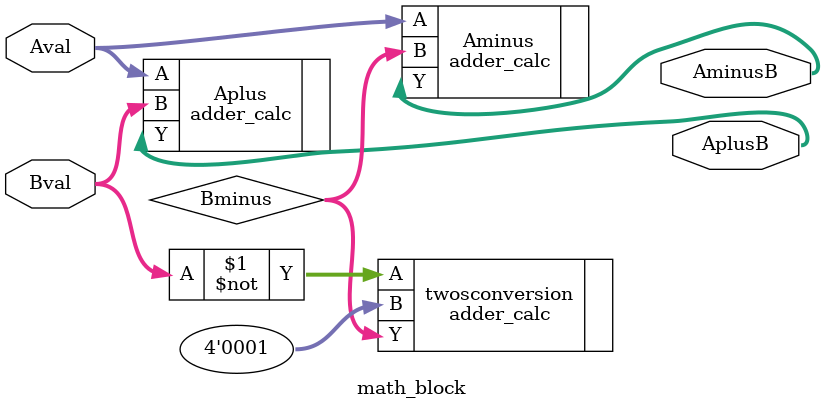
<source format=v>
module math_block(
    input [3:0] Aval,
    input [3:0] Bval,
    output [3:0] AplusB,
    output [3:0] AminusB
);

wire [3:0] Bminus; //holds two value of B (-B)

    adder_calc twosconversion (
    .A(~Bval [3:0]),
    .B(4'b0001), //adds the extra bit
    .Y(Bminus [3:0])
    );
    
    adder_calc Aplus(
        .A(Aval [3:0]),
        .B(Bval [3:0]),
        .Y(AplusB [3:0])
    );
    
    adder_calc Aminus(
        .A(Aval [3:0]),
        .B(Bminus [3:0]),
        .Y(AminusB [3:0])
    );
endmodule
</source>
